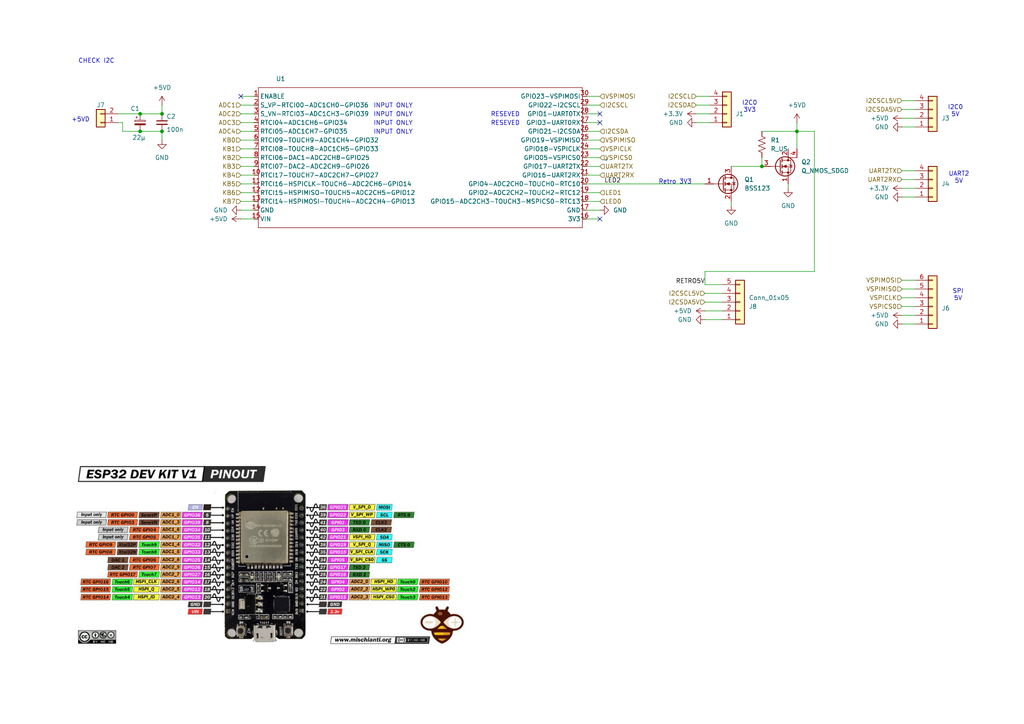
<source format=kicad_sch>
(kicad_sch (version 20231120) (generator "eeschema") (generator_version "8.0")
  (paper "A4")
  (lib_symbols
    (symbol "Connector_Generic:Conn_01x02" (pin_names (offset 1.016) hide)
      (property "Reference" "J" (at 0 2.54 0))
      (property "Value" "Conn_01x02" (at 0 -5.08 0))
      (symbol "Conn_01x02_1_1"
        (rectangle (start -1.27 -2.413) (end 0 -2.667) (stroke (width 0.1524)))
        (rectangle (start -1.27 0.127) (end 0 -0.127) (stroke (width 0.1524)))
        (rectangle (start -1.27 1.27) (end 1.27 -3.81) (stroke (width 0.254)) (fill (type background)))
        (pin passive line (at -5.08 0 0) (length 3.81) (name "Pin_1") (number "1"))
        (pin passive line (at -5.08 -2.54 0) (length 3.81) (name "Pin_2") (number "2"))
      )
    )
    (symbol "Connector_Generic:Conn_01x04" (pin_names (offset 1.016) hide)
      (property "Reference" "J" (at 0 5.08 0))
      (property "Value" "Conn_01x04" (at 0 -7.62 0))
      (symbol "Conn_01x04_1_1"
        (rectangle (start -1.27 -4.953) (end 0 -5.207) (stroke (width 0.1524)))
        (rectangle (start -1.27 -2.413) (end 0 -2.667) (stroke (width 0.1524)))
        (rectangle (start -1.27 0.127) (end 0 -0.127) (stroke (width 0.1524)))
        (rectangle (start -1.27 2.667) (end 0 2.413) (stroke (width 0.1524)))
        (rectangle (start -1.27 3.81) (end 1.27 -6.35) (stroke (width 0.254)) (fill (type background)))
        (pin passive line (at -5.08 2.54 0) (length 3.81) (name "Pin_1") (number "1"))
        (pin passive line (at -5.08 0 0) (length 3.81) (name "Pin_2") (number "2"))
        (pin passive line (at -5.08 -2.54 0) (length 3.81) (name "Pin_3") (number "3"))
        (pin passive line (at -5.08 -5.08 0) (length 3.81) (name "Pin_4") (number "4"))
      )
    )
    (symbol "Connector_Generic:Conn_01x05" (pin_names (offset 1.016) hide)
      (property "Reference" "J" (at 0 7.62 0))
      (property "Value" "Conn_01x05" (at 0 -7.62 0))
      (symbol "Conn_01x05_1_1"
        (rectangle (start -1.27 -4.953) (end 0 -5.207) (stroke (width 0.1524)))
        (rectangle (start -1.27 -2.413) (end 0 -2.667) (stroke (width 0.1524)))
        (rectangle (start -1.27 0.127) (end 0 -0.127) (stroke (width 0.1524)))
        (rectangle (start -1.27 2.667) (end 0 2.413) (stroke (width 0.1524)))
        (rectangle (start -1.27 5.207) (end 0 4.953) (stroke (width 0.1524)))
        (rectangle (start -1.27 6.35) (end 1.27 -6.35) (stroke (width 0.254)) (fill (type background)))
        (pin passive line (at -5.08 5.08 0) (length 3.81) (name "Pin_1") (number "1"))
        (pin passive line (at -5.08 2.54 0) (length 3.81) (name "Pin_2") (number "2"))
        (pin passive line (at -5.08 0 0) (length 3.81) (name "Pin_3") (number "3"))
        (pin passive line (at -5.08 -2.54 0) (length 3.81) (name "Pin_4") (number "4"))
        (pin passive line (at -5.08 -5.08 0) (length 3.81) (name "Pin_5") (number "5"))
      )
    )
    (symbol "Connector_Generic:Conn_01x06" (pin_names (offset 1.016) hide)
      (property "Reference" "J" (at 0 7.62 0))
      (property "Value" "Conn_01x06" (at 0 -10.16 0))
      (symbol "Conn_01x06_1_1"
        (rectangle (start -1.27 -7.493) (end 0 -7.747) (stroke (width 0.1524)))
        (rectangle (start -1.27 -4.953) (end 0 -5.207) (stroke (width 0.1524)))
        (rectangle (start -1.27 -2.413) (end 0 -2.667) (stroke (width 0.1524)))
        (rectangle (start -1.27 0.127) (end 0 -0.127) (stroke (width 0.1524)))
        (rectangle (start -1.27 2.667) (end 0 2.413) (stroke (width 0.1524)))
        (rectangle (start -1.27 5.207) (end 0 4.953) (stroke (width 0.1524)))
        (rectangle (start -1.27 6.35) (end 1.27 -8.89) (stroke (width 0.254)) (fill (type background)))
        (pin passive line (at -5.08 5.08 0) (length 3.81) (name "Pin_1") (number "1"))
        (pin passive line (at -5.08 2.54 0) (length 3.81) (name "Pin_2") (number "2"))
        (pin passive line (at -5.08 0 0) (length 3.81) (name "Pin_3") (number "3"))
        (pin passive line (at -5.08 -2.54 0) (length 3.81) (name "Pin_4") (number "4"))
        (pin passive line (at -5.08 -5.08 0) (length 3.81) (name "Pin_5") (number "5"))
        (pin passive line (at -5.08 -7.62 0) (length 3.81) (name "Pin_6") (number "6"))
      )
    )
    (symbol "Device:C_Polarized_Small" (pin_numbers hide) (pin_names (offset 0.254) hide)
      (property "Reference" "C" (at 0.254 1.778 0))
      (property "Value" "C_Polarized_Small" (at 0.254 -2.032 0))
      (symbol "C_Polarized_Small_0_1"
        (rectangle (start -1.524 -0.3048) (end 1.524 -0.6858) (fill (type outline)))
        (rectangle (start -1.524 0.6858) (end 1.524 0.3048))
        (polyline (pts (xy -1.27 1.524) (xy -0.762 1.524)))
        (polyline (pts (xy -1.016 1.27) (xy -1.016 1.778)))
      )
      (symbol "C_Polarized_Small_1_1"
        (pin passive line (at 0 2.54 270) (length 1.8542) (name "~") (number "1"))
        (pin passive line (at 0 -2.54 90) (length 1.8542) (name "~") (number "2"))
      )
    )
    (symbol "Device:C_Small" (pin_numbers hide) (pin_names (offset 0.254) hide)
      (property "Reference" "C" (at 0.254 1.778 0))
      (property "Value" "C_Small" (at 0.254 -2.032 0))
      (symbol "C_Small_0_1"
        (polyline (pts (xy -1.524 -0.508) (xy 1.524 -0.508)) (stroke (width 0.3302)))
        (polyline (pts (xy -1.524 0.508) (xy 1.524 0.508)) (stroke (width 0.3048)))
      )
      (symbol "C_Small_1_1"
        (pin passive line (at 0 2.54 270) (length 2.032) (name "~") (number "1"))
        (pin passive line (at 0 -2.54 90) (length 2.032) (name "~") (number "2"))
      )
    )
    (symbol "Device:Q_NMOS_SDGD" (pin_names (offset 0) hide)
      (property "Reference" "Q" (at 5.08 1.27 0))
      (property "Value" "Q_NMOS_SDGD" (at 5.08 -1.27 0))
      (symbol "Q_NMOS_SDGD_0_1"
        (polyline (pts (xy 0.254 0) (xy -2.54 0)))
        (polyline (pts (xy 0.254 1.905) (xy 0.254 -1.905)) (stroke (width 0.254)))
        (polyline (pts (xy 0.762 -1.27) (xy 0.762 -2.286)) (stroke (width 0.254)))
        (polyline (pts (xy 0.762 0.508) (xy 0.762 -0.508)) (stroke (width 0.254)))
        (polyline (pts (xy 0.762 2.286) (xy 0.762 1.27)) (stroke (width 0.254)))
        (polyline (pts (xy 2.54 -2.54) (xy 2.54 0) (xy 0.762 0)))
        (polyline (pts (xy 5.08 2.54) (xy 2.54 2.54) (xy 2.54 1.778)))
        (polyline (pts (xy 0.762 -1.778) (xy 3.302 -1.778) (xy 3.302 1.778) (xy 0.762 1.778)))
        (polyline (pts (xy 1.016 0) (xy 2.032 0.381) (xy 2.032 -0.381) (xy 1.016 0)) (fill (type outline)))
        (polyline (pts (xy 2.794 0.508) (xy 2.921 0.381) (xy 3.683 0.381) (xy 3.81 0.254)))
        (polyline (pts (xy 3.302 0.381) (xy 2.921 -0.254) (xy 3.683 -0.254) (xy 3.302 0.381)))
        (circle (center 1.651 0) (radius 2.794) (stroke (width 0.254)))
        (circle (center 2.54 -1.778) (radius 0.254) (fill (type outline)))
        (circle (center 2.54 1.778) (radius 0.254) (fill (type outline)))
      )
      (symbol "Q_NMOS_SDGD_1_1"
        (pin passive line (at 2.54 -5.08 90) (length 2.54) (name "S") (number "1"))
        (pin passive line (at 2.54 5.08 270) (length 2.54) (name "D") (number "2"))
        (pin input line (at -5.08 0 0) (length 2.54) (name "G") (number "3"))
        (pin passive line (at 5.08 5.08 270) (length 2.54) (name "D") (number "4"))
      )
    )
    (symbol "Device:R_US" (pin_numbers hide) (pin_names (offset 0))
      (property "Reference" "R" (at 2.54 0 90))
      (property "Value" "R_US" (at -2.54 0 90))
      (symbol "R_US_0_1"
        (polyline (pts (xy 0 -2.286) (xy 0 -2.54)))
        (polyline (pts (xy 0 2.286) (xy 0 2.54)))
        (polyline (pts (xy 0 -0.762) (xy 1.016 -1.143) (xy 0 -1.524) (xy -1.016 -1.905) (xy 0 -2.286)))
        (polyline (pts (xy 0 0.762) (xy 1.016 0.381) (xy 0 0) (xy -1.016 -0.381) (xy 0 -0.762)))
        (polyline (pts (xy 0 2.286) (xy 1.016 1.905) (xy 0 1.524) (xy -1.016 1.143) (xy 0 0.762)))
      )
      (symbol "R_US_1_1"
        (pin passive line (at 0 3.81 270) (length 1.27) (name "~") (number "1"))
        (pin passive line (at 0 -3.81 90) (length 1.27) (name "~") (number "2"))
      )
    )
    (symbol "F4DEB-8:ESP32-WROOM-DEVKIT1"
      (property "Reference" "U" (at 4.318 2.286 0))
      (property "Value" "ESP32-WROOM-DEVKIT1" (at 19.304 2.032 0))
      (symbol "ESP32-WROOM-DEVKIT1_0_1"
        (rectangle (start -1.27 0) (end 92.71 -40.64))
      )
      (symbol "ESP32-WROOM-DEVKIT1_1_1"
        (pin input line (at -2.54 -2.54 0) (length 1.27) (name "ENABLE") (number "1"))
        (pin input line (at -2.54 -25.4 0) (length 1.27) (name "RTCI17-TOUCH7-ADC2CH7-GPIO27") (number "10"))
        (pin input line (at -2.54 -27.94 0) (length 1.27) (name "RTCI16-HSPICLK-TOUCH6-ADC2CH6-GPIO14") (number "11"))
        (pin input line (at -2.54 -30.48 0) (length 1.27) (name "RTCI15-HSPIMISO-TOUCH5-ADC2CH5-GPIO12") (number "12"))
        (pin input line (at -2.54 -33.02 0) (length 1.27) (name "RTCI14-HSPIMOSI-TOUCH4-ADC2CH4-GPIO13") (number "13"))
        (pin input line (at -2.54 -35.56 0) (length 1.27) (name "GND") (number "14"))
        (pin input line (at -2.54 -38.1 0) (length 1.27) (name "VIN") (number "15"))
        (pin input line (at 93.98 -38.1 180) (length 1.27) (name "3V3") (number "16"))
        (pin input line (at 93.98 -35.56 180) (length 1.27) (name "GND") (number "17"))
        (pin input line (at 93.98 -33.02 180) (length 1.27) (name "GPIO15-ADC2CH3-TOUCH3-MSPICS0-RTC13") (number "18"))
        (pin input line (at 93.98 -30.48 180) (length 1.27) (name "GPIO2-ADC2CH2-TOUCH2-RTC12") (number "19"))
        (pin input line (at -2.54 -5.08 0) (length 1.27) (name "S_VP-RTCI00-ADC1CH0-GPIO36") (number "2"))
        (pin input line (at 93.98 -27.94 180) (length 1.27) (name "GPIO4-ADC2CH0-TOUCH0-RTC10") (number "20"))
        (pin input line (at 93.98 -25.4 180) (length 1.27) (name "GPIO16-UART2RX") (number "21"))
        (pin input line (at 93.98 -22.86 180) (length 1.27) (name "GPIO17-UART2TX") (number "22"))
        (pin input line (at 93.98 -20.32 180) (length 1.27) (name "GPIO05-VSPICS0") (number "23"))
        (pin input line (at 93.98 -17.78 180) (length 1.27) (name "GPIO18-VSPICLK") (number "24"))
        (pin input line (at 93.98 -15.24 180) (length 1.27) (name "GPIO19-VSPIMISO") (number "25"))
        (pin input line (at 93.98 -12.7 180) (length 1.27) (name "GPIO21-I2CSDA") (number "26"))
        (pin input line (at 93.98 -10.16 180) (length 1.27) (name "GPIO3-UART0RX") (number "27"))
        (pin input line (at 93.98 -7.62 180) (length 1.27) (name "GPIO1-UART0TX") (number "28"))
        (pin input line (at 93.98 -5.08 180) (length 1.27) (name "GPIO22-I2CSCL") (number "29"))
        (pin input line (at -2.54 -7.62 0) (length 1.27) (name "S_VN-RTCI03-ADC1CH3-GPIO39") (number "3"))
        (pin input line (at 93.98 -2.54 180) (length 1.27) (name "GPIO23-VSPIMOSI") (number "30"))
        (pin input line (at -2.54 -10.16 0) (length 1.27) (name "RTCI04-ADC1CH6-GPIO34") (number "4"))
        (pin input line (at -2.54 -12.7 0) (length 1.27) (name "RTCI05-ADC1CH7-GPIO35") (number "5"))
        (pin input line (at -2.54 -15.24 0) (length 1.27) (name "RTCI09-TOUCH9-ADC1CH4-GPIO32") (number "6"))
        (pin input line (at -2.54 -17.78 0) (length 1.27) (name "RTCI08-TOUCH8-ADC1CH5-GPIO33") (number "7"))
        (pin input line (at -2.54 -20.32 0) (length 1.27) (name "RTCI06-DAC1-ADC2CH8-GPIO25") (number "8"))
        (pin input line (at -2.54 -22.86 0) (length 1.27) (name "RTCI07-DAC2-ADC2CH9-GPIO26") (number "9"))
      )
    )
    (symbol "Transistor_FET:BSS123" (pin_names hide)
      (property "Reference" "Q" (at 5.08 1.905 0))
      (property "Value" "BSS123" (at 5.08 0 0))
      (symbol "BSS123_0_1"
        (polyline (pts (xy 0.254 0) (xy -2.54 0)))
        (polyline (pts (xy 0.254 1.905) (xy 0.254 -1.905)) (stroke (width 0.254)))
        (polyline (pts (xy 0.762 -1.27) (xy 0.762 -2.286)) (stroke (width 0.254)))
        (polyline (pts (xy 0.762 0.508) (xy 0.762 -0.508)) (stroke (width 0.254)))
        (polyline (pts (xy 0.762 2.286) (xy 0.762 1.27)) (stroke (width 0.254)))
        (polyline (pts (xy 2.54 2.54) (xy 2.54 1.778)))
        (polyline (pts (xy 2.54 -2.54) (xy 2.54 0) (xy 0.762 0)))
        (polyline (pts (xy 0.762 -1.778) (xy 3.302 -1.778) (xy 3.302 1.778) (xy 0.762 1.778)))
        (polyline (pts (xy 1.016 0) (xy 2.032 0.381) (xy 2.032 -0.381) (xy 1.016 0)) (fill (type outline)))
        (polyline (pts (xy 2.794 0.508) (xy 2.921 0.381) (xy 3.683 0.381) (xy 3.81 0.254)))
        (polyline (pts (xy 3.302 0.381) (xy 2.921 -0.254) (xy 3.683 -0.254) (xy 3.302 0.381)))
        (circle (center 1.651 0) (radius 2.794) (stroke (width 0.254)))
        (circle (center 2.54 -1.778) (radius 0.254) (fill (type outline)))
        (circle (center 2.54 1.778) (radius 0.254) (fill (type outline)))
      )
      (symbol "BSS123_1_1"
        (pin input line (at -5.08 0 0) (length 2.54) (name "G") (number "1"))
        (pin passive line (at 2.54 -5.08 90) (length 2.54) (name "S") (number "2"))
        (pin passive line (at 2.54 5.08 270) (length 2.54) (name "D") (number "3"))
      )
    )
    (symbol "power:+3.3V" (power) (pin_numbers hide) (pin_names (offset 0) hide)
      (property "Value" "+3.3V" (at 0 3.556 0))
      (symbol "+3.3V_0_1"
        (polyline (pts (xy -0.762 1.27) (xy 0 2.54)))
        (polyline (pts (xy 0 0) (xy 0 2.54)))
        (polyline (pts (xy 0 2.54) (xy 0.762 1.27)))
      )
      (symbol "+3.3V_1_1"
        (pin power_in line (at 0 0 90) (length 0) (name "~") (number "1"))
      )
    )
    (symbol "power:+5VD" (power) (pin_numbers hide) (pin_names (offset 0) hide)
      (property "Value" "+5VD" (at 0 3.556 0))
      (symbol "+5VD_0_1"
        (polyline (pts (xy -0.762 1.27) (xy 0 2.54)))
        (polyline (pts (xy 0 0) (xy 0 2.54)))
        (polyline (pts (xy 0 2.54) (xy 0.762 1.27)))
      )
      (symbol "+5VD_1_1"
        (pin power_in line (at 0 0 90) (length 0) (name "~") (number "1"))
      )
    )
    (symbol "power:GND" (power) (pin_numbers hide) (pin_names (offset 0) hide)
      (property "Value" "GND" (at 0 -3.81 0))
      (symbol "GND_0_1"
        (polyline (pts (xy 0 0) (xy 0 -1.27) (xy 1.27 -1.27) (xy 0 -2.54) (xy -1.27 -1.27) (xy 0 -1.27)))
      )
      (symbol "GND_1_1"
        (pin power_in line (at 0 0 270) (length 0) (name "~") (number "1"))
      )
    )
  )
  (junction (at 220.98 48.26))
  (junction (at 46.99 38.1))
  (junction (at 40.64 38.1))
  (junction (at 231.14 38.1))
  (junction (at 40.64 33.02))
  (junction (at 46.99 33.02))
  (no_connect (at 173.99 33.02))
  (no_connect (at 173.99 63.5))
  (no_connect (at 173.99 35.56))
  (no_connect (at 69.85 27.94))
  (wire (pts (xy 261.62 86.36) (xy 265.43 86.36)))
  (wire (pts (xy 212.09 58.42) (xy 212.09 59.69)))
  (wire (pts (xy 35.56 38.1) (xy 40.64 38.1)))
  (wire (pts (xy 73.66 63.5) (xy 69.85 63.5)))
  (wire (pts (xy 231.14 35.56) (xy 231.14 38.1)))
  (wire (pts (xy 73.66 55.88) (xy 69.85 55.88)))
  (wire (pts (xy 261.62 88.9) (xy 265.43 88.9)))
  (wire (pts (xy 231.14 38.1) (xy 231.14 43.18)))
  (wire (pts (xy 73.66 53.34) (xy 69.85 53.34)))
  (wire (pts (xy 170.18 38.1) (xy 173.99 38.1)))
  (wire (pts (xy 261.62 81.28) (xy 265.43 81.28)))
  (wire (pts (xy 170.18 33.02) (xy 173.99 33.02)))
  (wire (pts (xy 204.47 90.17) (xy 209.55 90.17)))
  (wire (pts (xy 170.18 53.34) (xy 204.47 53.34)))
  (wire (pts (xy 170.18 58.42) (xy 173.99 58.42)))
  (wire (pts (xy 73.66 35.56) (xy 69.85 35.56)))
  (wire (pts (xy 73.66 60.96) (xy 69.85 60.96)))
  (wire (pts (xy 236.22 78.74) (xy 204.47 78.74)))
  (wire (pts (xy 261.62 93.98) (xy 265.43 93.98)))
  (wire (pts (xy 261.62 57.15) (xy 265.43 57.15)))
  (wire (pts (xy 34.29 35.56) (xy 35.56 35.56)))
  (wire (pts (xy 201.93 30.48) (xy 205.74 30.48)))
  (wire (pts (xy 73.66 30.48) (xy 69.85 30.48)))
  (wire (pts (xy 35.56 35.56) (xy 35.56 38.1)))
  (wire (pts (xy 73.66 27.94) (xy 69.85 27.94)))
  (wire (pts (xy 201.93 35.56) (xy 205.74 35.56)))
  (wire (pts (xy 34.29 33.02) (xy 40.64 33.02)))
  (wire (pts (xy 73.66 38.1) (xy 69.85 38.1)))
  (wire (pts (xy 261.62 29.21) (xy 265.43 29.21)))
  (wire (pts (xy 231.14 38.1) (xy 236.22 38.1)))
  (wire (pts (xy 73.66 58.42) (xy 69.85 58.42)))
  (wire (pts (xy 170.18 35.56) (xy 173.99 35.56)))
  (wire (pts (xy 170.18 50.8) (xy 173.99 50.8)))
  (wire (pts (xy 201.93 27.94) (xy 205.74 27.94)))
  (wire (pts (xy 73.66 48.26) (xy 69.85 48.26)))
  (wire (pts (xy 170.18 63.5) (xy 173.99 63.5)))
  (wire (pts (xy 73.66 50.8) (xy 69.85 50.8)))
  (wire (pts (xy 73.66 43.18) (xy 69.85 43.18)))
  (wire (pts (xy 73.66 45.72) (xy 69.85 45.72)))
  (wire (pts (xy 170.18 30.48) (xy 173.99 30.48)))
  (wire (pts (xy 40.64 38.1) (xy 46.99 38.1)))
  (wire (pts (xy 204.47 78.74) (xy 204.47 82.55)))
  (wire (pts (xy 261.62 34.29) (xy 265.43 34.29)))
  (wire (pts (xy 204.47 82.55) (xy 209.55 82.55)))
  (wire (pts (xy 170.18 43.18) (xy 173.99 43.18)))
  (wire (pts (xy 261.62 36.83) (xy 265.43 36.83)))
  (wire (pts (xy 220.98 38.1) (xy 231.14 38.1)))
  (wire (pts (xy 170.18 55.88) (xy 173.99 55.88)))
  (wire (pts (xy 220.98 45.72) (xy 220.98 48.26)))
  (wire (pts (xy 204.47 87.63) (xy 209.55 87.63)))
  (wire (pts (xy 261.62 31.75) (xy 265.43 31.75)))
  (wire (pts (xy 170.18 60.96) (xy 173.99 60.96)))
  (wire (pts (xy 261.62 54.61) (xy 265.43 54.61)))
  (wire (pts (xy 73.66 33.02) (xy 69.85 33.02)))
  (wire (pts (xy 236.22 38.1) (xy 236.22 78.74)))
  (wire (pts (xy 170.18 27.94) (xy 173.99 27.94)))
  (wire (pts (xy 261.62 49.53) (xy 265.43 49.53)))
  (wire (pts (xy 204.47 92.71) (xy 209.55 92.71)))
  (wire (pts (xy 201.93 33.02) (xy 205.74 33.02)))
  (wire (pts (xy 228.6 53.34) (xy 228.6 54.61)))
  (wire (pts (xy 170.18 48.26) (xy 173.99 48.26)))
  (wire (pts (xy 261.62 52.07) (xy 265.43 52.07)))
  (wire (pts (xy 261.62 91.44) (xy 265.43 91.44)))
  (wire (pts (xy 170.18 45.72) (xy 173.99 45.72)))
  (wire (pts (xy 212.09 48.26) (xy 220.98 48.26)))
  (wire (pts (xy 46.99 38.1) (xy 46.99 40.64)))
  (wire (pts (xy 40.64 33.02) (xy 46.99 33.02)))
  (wire (pts (xy 204.47 85.09) (xy 209.55 85.09)))
  (wire (pts (xy 46.99 30.48) (xy 46.99 33.02)))
  (wire (pts (xy 170.18 40.64) (xy 173.99 40.64)))
  (wire (pts (xy 261.62 83.82) (xy 265.43 83.82)))
  (wire (pts (xy 73.66 40.64) (xy 69.85 40.64)))
  (image (at 78.74 162.56) (scale 0.421565))
  (text "Retro 3V3\n" (at 195.834 52.832 0) (effects (font (size 1.27 1.27))))
  (text "INPUT ONLY" (at 114.046 33.274 0) (effects (font (size 1.27 1.27))))
  (text "CHECK I2C " (at 28.448 17.78 0) (effects (font (size 1.27 1.27))))
  (text "INPUT ONLY" (at 114.046 38.354 0) (effects (font (size 1.27 1.27))))
  (text "INPUT ONLY" (at 114.046 30.734 0) (effects (font (size 1.27 1.27))))
  (text "INPUT ONLY" (at 114.046 35.814 0) (effects (font (size 1.27 1.27))))
  (text "SPI\n5V" (at 277.876 85.598 0) (effects (font (size 1.27 1.27))))
  (text "UART2\n5V" (at 278.13 51.562 0) (effects (font (size 1.27 1.27))))
  (text "I2C0\n3V3" (at 217.424 30.988 0) (effects (font (size 1.27 1.27))))
  (text "RESEVED" (at 146.558 33.274 0) (effects (font (size 1.27 1.27))))
  (text "I2C0\n5V" (at 277.114 32.258 0) (effects (font (size 1.27 1.27))))
  (text "+5VD" (at 23.368 34.798 0) (effects (font (size 1.27 1.27))))
  (text "RESEVED" (at 146.558 35.814 0) (effects (font (size 1.27 1.27))))
  (label "LED2" (at 175.26 53.34 0))
  (label "RETRO5V" (at 204.47 82.55 180))
  (hierarchical_label "VSPIMOSI" (shape input) (at 173.99 27.94 0))
  (hierarchical_label "UART2RX" (shape input) (at 261.62 52.07 180))
  (hierarchical_label "VSPIMOSI" (shape input) (at 261.62 81.28 180))
  (hierarchical_label "VSPICLK" (shape input) (at 261.62 86.36 180))
  (hierarchical_label "I2CSDA" (shape input) (at 173.99 38.1 0))
  (hierarchical_label "ADC1" (shape input) (at 69.85 30.48 180))
  (hierarchical_label "I2CSCL5V" (shape input) (at 261.62 29.21 180))
  (hierarchical_label "I2CSCL5V" (shape input) (at 204.47 85.09 180))
  (hierarchical_label "UART2TX" (shape input) (at 261.62 49.53 180))
  (hierarchical_label "UART2RX" (shape input) (at 173.99 50.8 0))
  (hierarchical_label "KB3" (shape input) (at 69.85 48.26 180))
  (hierarchical_label "VSPIMISO" (shape input) (at 261.62 83.82 180))
  (hierarchical_label "LED0" (shape input) (at 173.99 58.42 0))
  (hierarchical_label "LED1" (shape input) (at 173.99 55.88 0))
  (hierarchical_label "VSPICLK" (shape input) (at 173.99 43.18 0))
  (hierarchical_label "VSPICS0" (shape input) (at 261.62 88.9 180))
  (hierarchical_label "VSPIMISO" (shape input) (at 173.99 40.64 0))
  (hierarchical_label "I2CSDA" (shape input) (at 201.93 30.48 180))
  (hierarchical_label "I2CSCL" (shape input) (at 173.99 30.48 0))
  (hierarchical_label "KB0" (shape input) (at 69.85 40.64 180))
  (hierarchical_label "I2CSDA5V" (shape input) (at 204.47 87.63 180))
  (hierarchical_label "KB5" (shape input) (at 69.85 53.34 180))
  (hierarchical_label "KB6" (shape input) (at 69.85 55.88 180))
  (hierarchical_label "KB1" (shape input) (at 69.85 43.18 180))
  (hierarchical_label "ADC4" (shape input) (at 69.85 38.1 180))
  (hierarchical_label "VSPICS0" (shape input) (at 173.99 45.72 0))
  (hierarchical_label "ADC3" (shape input) (at 69.85 35.56 180))
  (hierarchical_label "ADC2" (shape input) (at 69.85 33.02 180))
  (hierarchical_label "I2CSDA5V" (shape input) (at 261.62 31.75 180))
  (hierarchical_label "I2CSCL" (shape input) (at 201.93 27.94 180))
  (hierarchical_label "KB2" (shape input) (at 69.85 45.72 180))
  (hierarchical_label "KB7" (shape input) (at 69.85 58.42 180))
  (hierarchical_label "UART2TX" (shape input) (at 173.99 48.26 0))
  (hierarchical_label "KB4" (shape input) (at 69.85 50.8 180))
  (symbol (lib_id "Device:C_Polarized_Small") (at 40.64 35.56 0) (unit 1)
    (property "Reference" "C1" (at 37.846 31.496 0) (effects (justify left)))
    (property "Value" "22µ" (at 38.354 39.878 0) (effects (justify left)))
    (property "Description" "Polarized capacitor, small symbol" (effects (hide yes)))
  )
  (symbol (lib_id "Connector_Generic:Conn_01x02") (at 29.21 35.56 180) (unit 1)
    (property "Reference" "J7" (at 29.21 30.48 0))
    (property "Value" "Conn_01x02" (effects (hide yes)))
    (property "Description" "Generic connector, single row, 01x02, script generated (kicad-library-utils/schlib/autogen/connector/)" (effects (hide yes)))
  )
  (symbol (lib_id "Connector_Generic:Conn_01x04") (at 270.51 54.61 0) (mirror x) (unit 1)
    (property "Reference" "J4" (at 273.05 53.3401 0) (effects (justify left)))
    (property "Value" "Conn_01x04" (effects (hide yes)))
    (property "Description" "Generic connector, single row, 01x04, script generated (kicad-library-utils/schlib/autogen/connector/)" (effects (hide yes)))
  )
  (symbol (lib_id "Device:Q_NMOS_SDGD") (at 226.06 48.26 0) (unit 1)
    (property "Reference" "Q2" (at 232.41 46.9899 0) (effects (justify left)))
    (property "Value" "Q_NMOS_SDGD" (at 232.41 49.5299 0) (effects (justify left)))
    (property "Description" "N-MOSFET transistor, source/drain/gate, drain connected to mounting plane" (effects (hide yes)))
  )
  (symbol (lib_id "power:GND") (at 261.62 57.15 270) (unit 1)
    (property "Reference" "#PWR?" (effects (hide yes)))
    (property "Value" "GND" (at 257.81 57.1499 90) (effects (justify right)))
    (property "Description" "Power symbol creates a global label with name \"GND\" , ground" (effects (hide yes)))
  )
  (symbol (lib_id "power:GND") (at 69.85 60.96 270) (unit 1)
    (property "Reference" "#PWR07" (effects (hide yes)))
    (property "Value" "GND" (at 66.04 60.9599 90) (effects (justify right)))
    (property "Description" "Power symbol creates a global label with name \"GND\" , ground" (effects (hide yes)))
  )
  (symbol (lib_id "power:+5VD") (at 69.85 63.5 90) (unit 1)
    (property "Reference" "#PWR02" (effects (hide yes)))
    (property "Value" "+5VD" (at 66.04 63.4999 90) (effects (justify left)))
    (property "Description" "Power symbol creates a global label with name \"+5VD\"" (effects (hide yes)))
  )
  (symbol (lib_id "power:GND") (at 201.93 35.56 270) (unit 1)
    (property "Reference" "#PWR?" (effects (hide yes)))
    (property "Value" "GND" (at 198.12 35.5599 90) (effects (justify right)))
    (property "Description" "Power symbol creates a global label with name \"GND\" , ground" (effects (hide yes)))
  )
  (symbol (lib_id "power:GND") (at 212.09 59.69 0) (unit 1)
    (property "Reference" "#PWR014" (effects (hide yes)))
    (property "Value" "GND" (at 212.09 64.77 0))
    (property "Description" "Power symbol creates a global label with name \"GND\" , ground" (effects (hide yes)))
  )
  (symbol (lib_id "Connector_Generic:Conn_01x06") (at 270.51 88.9 0) (mirror x) (unit 1)
    (property "Reference" "J6" (at 274.32 89.408 0))
    (property "Value" "Conn_01x06" (effects (hide yes)))
    (property "Description" "Generic connector, single row, 01x06, script generated (kicad-library-utils/schlib/autogen/connector/)" (effects (hide yes)))
  )
  (symbol (lib_id "Device:C_Small") (at 46.99 35.56 0) (unit 1)
    (property "Reference" "C2" (at 48.26 33.782 0) (effects (justify left)))
    (property "Value" "100n" (at 48.26 37.592 0) (effects (justify left)))
    (property "Description" "Unpolarized capacitor, small symbol" (effects (hide yes)))
  )
  (symbol (lib_id "power:+5VD") (at 46.99 30.48 0) (unit 1)
    (property "Reference" "#PWR011" (effects (hide yes)))
    (property "Value" "+5VD" (at 46.99 25.4 0))
    (property "Description" "Power symbol creates a global label with name \"+5VD\"" (effects (hide yes)))
  )
  (symbol (lib_id "power:GND") (at 204.47 92.71 270) (unit 1)
    (property "Reference" "#PWR06" (effects (hide yes)))
    (property "Value" "GND" (at 200.66 92.7099 90) (effects (justify right)))
    (property "Description" "Power symbol creates a global label with name \"GND\" , ground" (effects (hide yes)))
  )
  (symbol (lib_id "power:GND") (at 46.99 40.64 0) (unit 1)
    (property "Reference" "#PWR010" (effects (hide yes)))
    (property "Value" "GND" (at 46.99 45.72 0))
    (property "Description" "Power symbol creates a global label with name \"GND\" , ground" (effects (hide yes)))
  )
  (symbol (lib_id "power:GND") (at 228.6 54.61 0) (unit 1)
    (property "Reference" "#PWR016" (effects (hide yes)))
    (property "Value" "GND" (at 228.6 59.69 0))
    (property "Description" "Power symbol creates a global label with name \"GND\" , ground" (effects (hide yes)))
  )
  (symbol (lib_id "Transistor_FET:BSS123") (at 209.55 53.34 0) (unit 1)
    (property "Reference" "Q1" (at 215.9 52.0699 0) (effects (justify left)))
    (property "Value" "BSS123" (at 215.9 54.6099 0) (effects (justify left)))
    (property "Footprint" "Package_TO_SOT_SMD:SOT-23" (effects (hide yes)))
    (property "Datasheet" "http://www.diodes.com/assets/Datasheets/ds30366.pdf" (effects (hide yes)))
    (property "Description" "0.17A Id, 100V Vds, N-Channel MOSFET, SOT-23" (effects (hide yes)))
  )
  (symbol (lib_id "Connector_Generic:Conn_01x04") (at 210.82 33.02 0) (mirror x) (unit 1)
    (property "Reference" "J1" (at 213.36 33.0201 0) (effects (justify left)))
    (property "Value" "Conn_01x04" (effects (hide yes)))
    (property "Description" "Generic connector, single row, 01x04, script generated (kicad-library-utils/schlib/autogen/connector/)" (effects (hide yes)))
  )
  (symbol (lib_id "Connector_Generic:Conn_01x05") (at 214.63 87.63 0) (mirror x) (unit 1)
    (property "Reference" "J8" (at 217.17 88.9001 0) (effects (justify left)))
    (property "Value" "Conn_01x05" (at 217.17 86.3601 0) (effects (justify left)))
    (property "Description" "Generic connector, single row, 01x05, script generated (kicad-library-utils/schlib/autogen/connector/)" (effects (hide yes)))
  )
  (symbol (lib_id "F4DEB-8:ESP32-WROOM-DEVKIT1") (at 76.2 25.4 0) (unit 1)
    (property "Reference" "U1" (at 80.01 22.86 0) (effects (justify left)))
    (property "Value" "~" (at 175.26 46.355 0) (effects (justify left)))
  )
  (symbol (lib_id "power:+5VD") (at 231.14 35.56 0) (unit 1)
    (property "Reference" "#PWR015" (effects (hide yes)))
    (property "Value" "+5VD" (at 231.14 30.48 0))
    (property "Description" "Power symbol creates a global label with name \"+5VD\"" (effects (hide yes)))
  )
  (symbol (lib_id "power:GND") (at 261.62 93.98 270) (unit 1)
    (property "Reference" "#PWR09" (effects (hide yes)))
    (property "Value" "GND" (at 257.81 93.9799 90) (effects (justify right)))
    (property "Description" "Power symbol creates a global label with name \"GND\" , ground" (effects (hide yes)))
  )
  (symbol (lib_id "Device:R_US") (at 220.98 41.91 0) (unit 1)
    (property "Reference" "R1" (at 223.52 40.6399 0) (effects (justify left)))
    (property "Value" "R_US" (at 223.52 43.1799 0) (effects (justify left)))
    (property "Description" "Resistor, US symbol" (effects (hide yes)))
  )
  (symbol (lib_id "power:+3.3V") (at 201.93 33.02 90) (unit 1)
    (property "Reference" "#PWR04" (effects (hide yes)))
    (property "Value" "+3.3V" (at 198.12 33.0199 90) (effects (justify left)))
    (property "Description" "Power symbol creates a global label with name \"+3.3V\"" (effects (hide yes)))
  )
  (symbol (lib_id "power:+5VD") (at 204.47 90.17 90) (unit 1)
    (property "Reference" "#PWR01" (effects (hide yes)))
    (property "Value" "+5VD" (at 200.66 90.1699 90) (effects (justify left)))
    (property "Description" "Power symbol creates a global label with name \"+5VD\"" (effects (hide yes)))
  )
  (symbol (lib_id "power:GND") (at 173.99 60.96 90) (unit 1)
    (property "Reference" "#PWR03" (effects (hide yes)))
    (property "Value" "GND" (at 177.8 60.9599 90) (effects (justify right)))
    (property "Description" "Power symbol creates a global label with name \"GND\" , ground" (effects (hide yes)))
  )
  (symbol (lib_id "Connector_Generic:Conn_01x04") (at 270.51 34.29 0) (mirror x) (unit 1)
    (property "Reference" "J3" (at 273.05 34.2901 0) (effects (justify left)))
    (property "Value" "Conn_01x04" (effects (hide yes)))
    (property "Description" "Generic connector, single row, 01x04, script generated (kicad-library-utils/schlib/autogen/connector/)" (effects (hide yes)))
  )
  (symbol (lib_id "power:+3.3V") (at 261.62 54.61 90) (unit 1)
    (property "Reference" "#PWR05" (effects (hide yes)))
    (property "Value" "+3.3V" (at 257.81 54.6099 90) (effects (justify left)))
    (property "Description" "Power symbol creates a global label with name \"+3.3V\"" (effects (hide yes)))
  )
  (symbol (lib_id "power:GND") (at 261.62 36.83 270) (unit 1)
    (property "Reference" "#PWR013" (effects (hide yes)))
    (property "Value" "GND" (at 257.81 36.8299 90) (effects (justify right)))
    (property "Description" "Power symbol creates a global label with name \"GND\" , ground" (effects (hide yes)))
  )
  (symbol (lib_id "power:+5VD") (at 261.62 91.44 90) (unit 1)
    (property "Reference" "#PWR08" (effects (hide yes)))
    (property "Value" "+5VD" (at 257.81 91.4399 90) (effects (justify left)))
    (property "Description" "Power symbol creates a global label with name \"+5VD\"" (effects (hide yes)))
  )
  (symbol (lib_id "power:+5VD") (at 261.62 34.29 90) (unit 1)
    (property "Reference" "#PWR012" (effects (hide yes)))
    (property "Value" "+5VD" (at 257.81 34.2899 90) (effects (justify left)))
    (property "Description" "Power symbol creates a global label with name \"+5VD\"" (effects (hide yes)))
  )
)
</source>
